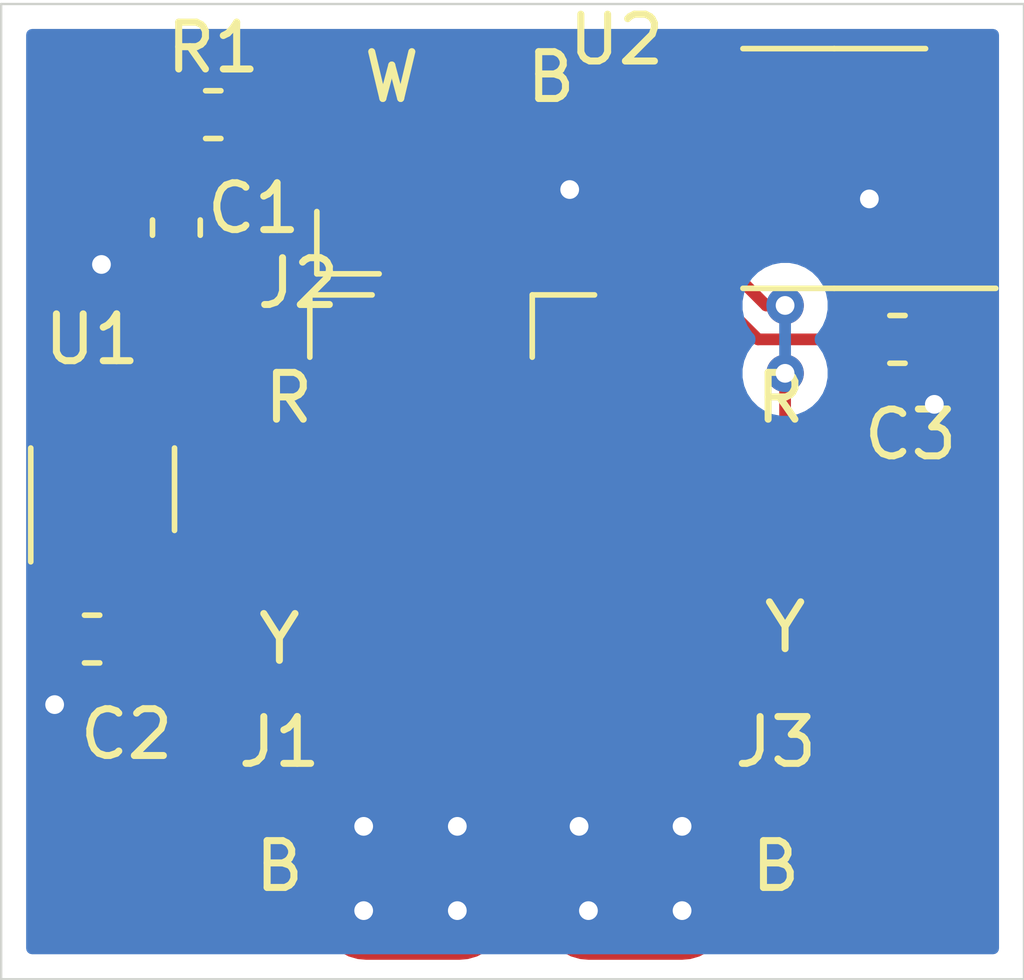
<source format=kicad_pcb>
(kicad_pcb (version 20171130) (host pcbnew 5.1.4)

  (general
    (thickness 1.6)
    (drawings 6)
    (tracks 64)
    (zones 0)
    (modules 9)
    (nets 9)
  )

  (page A4)
  (layers
    (0 F.Cu signal)
    (31 B.Cu signal)
    (32 B.Adhes user)
    (33 F.Adhes user)
    (34 B.Paste user)
    (35 F.Paste user)
    (36 B.SilkS user)
    (37 F.SilkS user)
    (38 B.Mask user)
    (39 F.Mask user)
    (40 Dwgs.User user)
    (41 Cmts.User user)
    (42 Eco1.User user)
    (43 Eco2.User user)
    (44 Edge.Cuts user)
    (45 Margin user)
    (46 B.CrtYd user)
    (47 F.CrtYd user)
    (48 B.Fab user)
    (49 F.Fab user hide)
  )

  (setup
    (last_trace_width 0.25)
    (user_trace_width 1.905)
    (trace_clearance 0.2)
    (zone_clearance 0.508)
    (zone_45_only no)
    (trace_min 0.2)
    (via_size 0.8)
    (via_drill 0.4)
    (via_min_size 0.4)
    (via_min_drill 0.3)
    (uvia_size 0.3)
    (uvia_drill 0.1)
    (uvias_allowed no)
    (uvia_min_size 0.2)
    (uvia_min_drill 0.1)
    (edge_width 0.05)
    (segment_width 0.2)
    (pcb_text_width 0.3)
    (pcb_text_size 1.5 1.5)
    (mod_edge_width 0.12)
    (mod_text_size 1 1)
    (mod_text_width 0.15)
    (pad_size 1.524 1.524)
    (pad_drill 0.762)
    (pad_to_mask_clearance 0.051)
    (solder_mask_min_width 0.25)
    (aux_axis_origin 0 0)
    (grid_origin 125.73 59.055)
    (visible_elements FFFFFF7F)
    (pcbplotparams
      (layerselection 0x010fc_ffffffff)
      (usegerberextensions false)
      (usegerberattributes false)
      (usegerberadvancedattributes false)
      (creategerberjobfile false)
      (excludeedgelayer true)
      (linewidth 0.100000)
      (plotframeref false)
      (viasonmask false)
      (mode 1)
      (useauxorigin false)
      (hpglpennumber 1)
      (hpglpenspeed 20)
      (hpglpendiameter 15.000000)
      (psnegative false)
      (psa4output false)
      (plotreference true)
      (plotvalue true)
      (plotinvisibletext false)
      (padsonsilk false)
      (subtractmaskfromsilk false)
      (outputformat 1)
      (mirror false)
      (drillshape 0)
      (scaleselection 1)
      (outputdirectory "mfg"))
  )

  (net 0 "")
  (net 1 GND)
  (net 2 "Net-(C1-Pad1)")
  (net 3 +24V)
  (net 4 "Net-(U2-Pad7)")
  (net 5 "Net-(U2-Pad6)")
  (net 6 "Net-(J2-Pad1)")
  (net 7 +3V3)
  (net 8 "Net-(J1-PadY)")

  (net_class Default "This is the default net class."
    (clearance 0.2)
    (trace_width 0.25)
    (via_dia 0.8)
    (via_drill 0.4)
    (uvia_dia 0.3)
    (uvia_drill 0.1)
    (add_net +24V)
    (add_net +3V3)
    (add_net GND)
    (add_net "Net-(C1-Pad1)")
    (add_net "Net-(J1-PadY)")
    (add_net "Net-(J2-Pad1)")
    (add_net "Net-(U2-Pad6)")
    (add_net "Net-(U2-Pad7)")
  )

  (module Package_TO_SOT_SMD:TSOT-23-5 (layer F.Cu) (tedit 5A02FF57) (tstamp 5D660FC7)
    (at 109.33 60.655 90)
    (descr "5-pin TSOT23 package, http://cds.linear.com/docs/en/packaging/SOT_5_05-08-1635.pdf")
    (tags TSOT-23-5)
    (path /5D6A1134)
    (attr smd)
    (fp_text reference U1 (at 3.2 -0.2 180) (layer F.SilkS)
      (effects (font (size 1 1) (thickness 0.15)))
    )
    (fp_text value ADP7142AUJZ-3.3 (at 0 2.5 90) (layer F.Fab)
      (effects (font (size 1 1) (thickness 0.15)))
    )
    (fp_line (start 2.17 1.7) (end -2.17 1.7) (layer F.CrtYd) (width 0.05))
    (fp_line (start 2.17 1.7) (end 2.17 -1.7) (layer F.CrtYd) (width 0.05))
    (fp_line (start -2.17 -1.7) (end -2.17 1.7) (layer F.CrtYd) (width 0.05))
    (fp_line (start -2.17 -1.7) (end 2.17 -1.7) (layer F.CrtYd) (width 0.05))
    (fp_line (start 0.88 -1.45) (end 0.88 1.45) (layer F.Fab) (width 0.1))
    (fp_line (start 0.88 1.45) (end -0.88 1.45) (layer F.Fab) (width 0.1))
    (fp_line (start -0.88 -1) (end -0.88 1.45) (layer F.Fab) (width 0.1))
    (fp_line (start 0.88 -1.45) (end -0.43 -1.45) (layer F.Fab) (width 0.1))
    (fp_line (start -0.88 -1) (end -0.43 -1.45) (layer F.Fab) (width 0.1))
    (fp_line (start 0.88 -1.51) (end -1.55 -1.51) (layer F.SilkS) (width 0.12))
    (fp_line (start -0.88 1.56) (end 0.88 1.56) (layer F.SilkS) (width 0.12))
    (fp_text user %R (at 0 0) (layer F.Fab)
      (effects (font (size 0.5 0.5) (thickness 0.075)))
    )
    (pad 5 smd rect (at 1.31 -0.95 90) (size 1.22 0.65) (layers F.Cu F.Paste F.Mask)
      (net 7 +3V3))
    (pad 4 smd rect (at 1.31 0.95 90) (size 1.22 0.65) (layers F.Cu F.Paste F.Mask)
      (net 7 +3V3))
    (pad 3 smd rect (at -1.31 0.95 90) (size 1.22 0.65) (layers F.Cu F.Paste F.Mask)
      (net 3 +24V))
    (pad 2 smd rect (at -1.31 0 90) (size 1.22 0.65) (layers F.Cu F.Paste F.Mask)
      (net 1 GND))
    (pad 1 smd rect (at -1.31 -0.95 90) (size 1.22 0.65) (layers F.Cu F.Paste F.Mask)
      (net 3 +24V))
    (model ${KISYS3DMOD}/Package_TO_SOT_SMD.3dshapes/TSOT-23-5.wrl
      (at (xyz 0 0 0))
      (scale (xyz 1 1 1))
      (rotate (xyz 0 0 0))
    )
  )

  (module BEC:xConnect_smd (layer F.Cu) (tedit 5D655AE7) (tstamp 5D6611F4)
    (at 120.73 58.705)
    (descr "mounting holes for xConnect connector")
    (tags "Through hole 1x03 single row")
    (path /5D69FF45)
    (attr smd)
    (fp_text reference J3 (at 3 7.35) (layer F.SilkS)
      (effects (font (size 1 1) (thickness 0.15)))
    )
    (fp_text value xConnect_smd (at 0.3 12.8) (layer F.Fab)
      (effects (font (size 1 1) (thickness 0.15)))
    )
    (fp_text user B (at 3 10) (layer F.SilkS)
      (effects (font (size 1 1) (thickness 0.15)))
    )
    (fp_text user Y (at 3.2 4.9) (layer F.SilkS)
      (effects (font (size 1 1) (thickness 0.15)))
    )
    (fp_text user R (at 3.1 0) (layer F.SilkS)
      (effects (font (size 1 1) (thickness 0.15)))
    )
    (fp_text user %R (at 0.1 4.9 90) (layer F.Fab)
      (effects (font (size 1 1) (thickness 0.15)))
    )
    (fp_line (start 2.3 -2.2) (end -2.2 -2.2) (layer F.CrtYd) (width 0.05))
    (fp_line (start 2.3 12.2) (end 2.3 -2.2) (layer F.CrtYd) (width 0.05))
    (fp_line (start -2.2 12.2) (end 2.3 12.2) (layer F.CrtYd) (width 0.05))
    (fp_line (start -2.2 -2.2) (end -2.2 12.2) (layer F.CrtYd) (width 0.05))
    (fp_line (start -2.2 -2.2) (end -0.87 -2.2) (layer F.SilkS) (width 0.12))
    (fp_line (start -2.2 -0.87) (end -2.2 -2.2) (layer F.SilkS) (width 0.12))
    (fp_line (start -2 -1.4) (end -1.4 -2) (layer F.Fab) (width 0.1))
    (fp_line (start -2 12) (end -2 -1.4) (layer F.Fab) (width 0.1))
    (fp_line (start 2 12) (end -2 12) (layer F.Fab) (width 0.1))
    (fp_line (start 2 -2) (end 2 12) (layer F.Fab) (width 0.1))
    (fp_line (start -1.4 -2) (end 2 -2) (layer F.Fab) (width 0.1))
    (pad B smd roundrect (at 0 10) (size 4 4) (layers F.Cu F.Paste F.Mask) (roundrect_rratio 0.25)
      (net 1 GND))
    (pad Y smd roundrect (at 0 5) (size 4 4) (layers F.Cu F.Paste F.Mask) (roundrect_rratio 0.25)
      (net 8 "Net-(J1-PadY)"))
    (pad R smd roundrect (at 0 0) (size 4 4) (layers F.Cu F.Paste F.Mask) (roundrect_rratio 0.25)
      (net 3 +24V))
    (model ${KISYS3DMOD}/Connector_PinHeader_2.54mm.3dshapes/PinHeader_1x03_P2.54mm_Vertical.wrl
      (at (xyz 0 0 0))
      (scale (xyz 1 1 1))
      (rotate (xyz 0 0 0))
    )
  )

  (module BEC:1x02_solder-pads (layer F.Cu) (tedit 5D6586A7) (tstamp 5D339B89)
    (at 115.73 54.255 90)
    (descr "mounting holes for xConnect connector")
    (tags "Through hole 1x03 single row")
    (path /5D33B377)
    (attr smd)
    (fp_text reference J2 (at -2 -2.2 180) (layer F.SilkS)
      (effects (font (size 1 1) (thickness 0.15)))
    )
    (fp_text value Conn_01x02_Female (at 0.6 6.3 90) (layer F.Fab)
      (effects (font (size 1 1) (thickness 0.15)))
    )
    (fp_text user %R (at 0.1 2) (layer F.Fab)
      (effects (font (size 1 1) (thickness 0.15)))
    )
    (fp_line (start 1.8 -1.8) (end -1.8 -1.8) (layer F.CrtYd) (width 0.05))
    (fp_line (start 1.8 5.3) (end 1.8 -1.8) (layer F.CrtYd) (width 0.05))
    (fp_line (start -1.8 5.3) (end 1.8 5.3) (layer F.CrtYd) (width 0.05))
    (fp_line (start -1.8 -1.8) (end -1.8 5.3) (layer F.CrtYd) (width 0.05))
    (fp_line (start -1.8 -1.8) (end -0.47 -1.8) (layer F.SilkS) (width 0.12))
    (fp_line (start -1.8 -0.47) (end -1.8 -1.8) (layer F.SilkS) (width 0.12))
    (fp_line (start -1.7 -1.1) (end -1.1 -1.7) (layer F.Fab) (width 0.1))
    (fp_line (start -1.7 5.2) (end -1.7 -1.1) (layer F.Fab) (width 0.1))
    (fp_line (start 1.7 5.2) (end -1.7 5.2) (layer F.Fab) (width 0.1))
    (fp_line (start 1.7 -1.7) (end 1.7 5.2) (layer F.Fab) (width 0.1))
    (fp_line (start -1.1 -1.7) (end 1.7 -1.7) (layer F.Fab) (width 0.1))
    (pad 2 smd roundrect (at 0 3.5 90) (size 3 3) (layers F.Cu F.Paste F.Mask) (roundrect_rratio 0.25)
      (net 1 GND))
    (pad 1 smd roundrect (at 0 0 90) (size 3 3) (layers F.Cu F.Paste F.Mask) (roundrect_rratio 0.25)
      (net 6 "Net-(J2-Pad1)"))
    (model ${KISYS3DMOD}/Connector_PinHeader_2.54mm.3dshapes/PinHeader_1x03_P2.54mm_Vertical.wrl
      (at (xyz 0 0 0))
      (scale (xyz 1 1 1))
      (rotate (xyz 0 0 0))
    )
  )

  (module BEC:xConnect_smd (layer F.Cu) (tedit 5D655AE7) (tstamp 5D6611B5)
    (at 115.98 58.705)
    (descr "mounting holes for xConnect connector")
    (tags "Through hole 1x03 single row")
    (path /5D69F5B9)
    (attr smd)
    (fp_text reference J1 (at -2.85 7.35) (layer F.SilkS)
      (effects (font (size 1 1) (thickness 0.15)))
    )
    (fp_text value xConnect_smd (at 0.3 12.8) (layer F.Fab)
      (effects (font (size 1 1) (thickness 0.15)))
    )
    (fp_text user B (at -2.85 10) (layer F.SilkS)
      (effects (font (size 1 1) (thickness 0.15)))
    )
    (fp_text user Y (at -2.85 5.15) (layer F.SilkS)
      (effects (font (size 1 1) (thickness 0.15)))
    )
    (fp_text user R (at -2.65 0) (layer F.SilkS)
      (effects (font (size 1 1) (thickness 0.15)))
    )
    (fp_text user %R (at 0.1 4.9 90) (layer F.Fab)
      (effects (font (size 1 1) (thickness 0.15)))
    )
    (fp_line (start 2.3 -2.2) (end -2.2 -2.2) (layer F.CrtYd) (width 0.05))
    (fp_line (start 2.3 12.2) (end 2.3 -2.2) (layer F.CrtYd) (width 0.05))
    (fp_line (start -2.2 12.2) (end 2.3 12.2) (layer F.CrtYd) (width 0.05))
    (fp_line (start -2.2 -2.2) (end -2.2 12.2) (layer F.CrtYd) (width 0.05))
    (fp_line (start -2.2 -2.2) (end -0.87 -2.2) (layer F.SilkS) (width 0.12))
    (fp_line (start -2.2 -0.87) (end -2.2 -2.2) (layer F.SilkS) (width 0.12))
    (fp_line (start -2 -1.4) (end -1.4 -2) (layer F.Fab) (width 0.1))
    (fp_line (start -2 12) (end -2 -1.4) (layer F.Fab) (width 0.1))
    (fp_line (start 2 12) (end -2 12) (layer F.Fab) (width 0.1))
    (fp_line (start 2 -2) (end 2 12) (layer F.Fab) (width 0.1))
    (fp_line (start -1.4 -2) (end 2 -2) (layer F.Fab) (width 0.1))
    (pad B smd roundrect (at 0 10) (size 4 4) (layers F.Cu F.Paste F.Mask) (roundrect_rratio 0.25)
      (net 1 GND))
    (pad Y smd roundrect (at 0 5) (size 4 4) (layers F.Cu F.Paste F.Mask) (roundrect_rratio 0.25)
      (net 8 "Net-(J1-PadY)"))
    (pad R smd roundrect (at 0 0) (size 4 4) (layers F.Cu F.Paste F.Mask) (roundrect_rratio 0.25)
      (net 3 +24V))
    (model ${KISYS3DMOD}/Connector_PinHeader_2.54mm.3dshapes/PinHeader_1x03_P2.54mm_Vertical.wrl
      (at (xyz 0 0 0))
      (scale (xyz 1 1 1))
      (rotate (xyz 0 0 0))
    )
  )

  (module Package_SO:SOIC-8_3.9x4.9mm_P1.27mm (layer F.Cu) (tedit 5C97300E) (tstamp 5D339BE7)
    (at 124.98 53.805 180)
    (descr "SOIC, 8 Pin (JEDEC MS-012AA, https://www.analog.com/media/en/package-pcb-resources/package/pkg_pdf/soic_narrow-r/r_8.pdf), generated with kicad-footprint-generator ipc_gullwing_generator.py")
    (tags "SOIC SO")
    (path /5D3358A4)
    (attr smd)
    (fp_text reference U2 (at 4.65 2.75) (layer F.SilkS)
      (effects (font (size 1 1) (thickness 0.15)))
    )
    (fp_text value DS2438 (at 0 3.4) (layer F.Fab)
      (effects (font (size 1 1) (thickness 0.15)))
    )
    (fp_text user %R (at 0 0) (layer F.Fab)
      (effects (font (size 0.98 0.98) (thickness 0.15)))
    )
    (fp_line (start 3.7 -2.7) (end -3.7 -2.7) (layer F.CrtYd) (width 0.05))
    (fp_line (start 3.7 2.7) (end 3.7 -2.7) (layer F.CrtYd) (width 0.05))
    (fp_line (start -3.7 2.7) (end 3.7 2.7) (layer F.CrtYd) (width 0.05))
    (fp_line (start -3.7 -2.7) (end -3.7 2.7) (layer F.CrtYd) (width 0.05))
    (fp_line (start -1.95 -1.475) (end -0.975 -2.45) (layer F.Fab) (width 0.1))
    (fp_line (start -1.95 2.45) (end -1.95 -1.475) (layer F.Fab) (width 0.1))
    (fp_line (start 1.95 2.45) (end -1.95 2.45) (layer F.Fab) (width 0.1))
    (fp_line (start 1.95 -2.45) (end 1.95 2.45) (layer F.Fab) (width 0.1))
    (fp_line (start -0.975 -2.45) (end 1.95 -2.45) (layer F.Fab) (width 0.1))
    (fp_line (start 0 -2.56) (end -3.45 -2.56) (layer F.SilkS) (width 0.12))
    (fp_line (start 0 -2.56) (end 1.95 -2.56) (layer F.SilkS) (width 0.12))
    (fp_line (start 0 2.56) (end -1.95 2.56) (layer F.SilkS) (width 0.12))
    (fp_line (start 0 2.56) (end 1.95 2.56) (layer F.SilkS) (width 0.12))
    (pad 8 smd roundrect (at 2.475 -1.905 180) (size 1.95 0.6) (layers F.Cu F.Paste F.Mask) (roundrect_rratio 0.25)
      (net 8 "Net-(J1-PadY)"))
    (pad 7 smd roundrect (at 2.475 -0.635 180) (size 1.95 0.6) (layers F.Cu F.Paste F.Mask) (roundrect_rratio 0.25)
      (net 4 "Net-(U2-Pad7)"))
    (pad 6 smd roundrect (at 2.475 0.635 180) (size 1.95 0.6) (layers F.Cu F.Paste F.Mask) (roundrect_rratio 0.25)
      (net 5 "Net-(U2-Pad6)"))
    (pad 5 smd roundrect (at 2.475 1.905 180) (size 1.95 0.6) (layers F.Cu F.Paste F.Mask) (roundrect_rratio 0.25)
      (net 7 +3V3))
    (pad 4 smd roundrect (at -2.475 1.905 180) (size 1.95 0.6) (layers F.Cu F.Paste F.Mask) (roundrect_rratio 0.25)
      (net 2 "Net-(C1-Pad1)"))
    (pad 3 smd roundrect (at -2.475 0.635 180) (size 1.95 0.6) (layers F.Cu F.Paste F.Mask) (roundrect_rratio 0.25)
      (net 1 GND))
    (pad 2 smd roundrect (at -2.475 -0.635 180) (size 1.95 0.6) (layers F.Cu F.Paste F.Mask) (roundrect_rratio 0.25)
      (net 1 GND))
    (pad 1 smd roundrect (at -2.475 -1.905 180) (size 1.95 0.6) (layers F.Cu F.Paste F.Mask) (roundrect_rratio 0.25)
      (net 1 GND))
    (model ${KISYS3DMOD}/Package_SO.3dshapes/SOIC-8_3.9x4.9mm_P1.27mm.wrl
      (at (xyz 0 0 0))
      (scale (xyz 1 1 1))
      (rotate (xyz 0 0 0))
    )
  )

  (module Resistor_SMD:R_0603_1608Metric (layer F.Cu) (tedit 5B301BBD) (tstamp 5D339E1F)
    (at 111.7175 52.655)
    (descr "Resistor SMD 0603 (1608 Metric), square (rectangular) end terminal, IPC_7351 nominal, (Body size source: http://www.tortai-tech.com/upload/download/2011102023233369053.pdf), generated with kicad-footprint-generator")
    (tags resistor)
    (path /5D34E92A)
    (attr smd)
    (fp_text reference R1 (at 0 -1.43) (layer F.SilkS)
      (effects (font (size 1 1) (thickness 0.15)))
    )
    (fp_text value 100k (at 0 1.43) (layer F.Fab)
      (effects (font (size 1 1) (thickness 0.15)))
    )
    (fp_text user %R (at 0 0) (layer F.Fab)
      (effects (font (size 0.4 0.4) (thickness 0.06)))
    )
    (fp_line (start 1.48 0.73) (end -1.48 0.73) (layer F.CrtYd) (width 0.05))
    (fp_line (start 1.48 -0.73) (end 1.48 0.73) (layer F.CrtYd) (width 0.05))
    (fp_line (start -1.48 -0.73) (end 1.48 -0.73) (layer F.CrtYd) (width 0.05))
    (fp_line (start -1.48 0.73) (end -1.48 -0.73) (layer F.CrtYd) (width 0.05))
    (fp_line (start -0.162779 0.51) (end 0.162779 0.51) (layer F.SilkS) (width 0.12))
    (fp_line (start -0.162779 -0.51) (end 0.162779 -0.51) (layer F.SilkS) (width 0.12))
    (fp_line (start 0.8 0.4) (end -0.8 0.4) (layer F.Fab) (width 0.1))
    (fp_line (start 0.8 -0.4) (end 0.8 0.4) (layer F.Fab) (width 0.1))
    (fp_line (start -0.8 -0.4) (end 0.8 -0.4) (layer F.Fab) (width 0.1))
    (fp_line (start -0.8 0.4) (end -0.8 -0.4) (layer F.Fab) (width 0.1))
    (pad 2 smd roundrect (at 0.7875 0) (size 0.875 0.95) (layers F.Cu F.Paste F.Mask) (roundrect_rratio 0.25)
      (net 6 "Net-(J2-Pad1)"))
    (pad 1 smd roundrect (at -0.7875 0) (size 0.875 0.95) (layers F.Cu F.Paste F.Mask) (roundrect_rratio 0.25)
      (net 2 "Net-(C1-Pad1)"))
    (model ${KISYS3DMOD}/Resistor_SMD.3dshapes/R_0603_1608Metric.wrl
      (at (xyz 0 0 0))
      (scale (xyz 1 1 1))
      (rotate (xyz 0 0 0))
    )
  )

  (module Capacitor_SMD:C_0603_1608Metric (layer F.Cu) (tedit 5B301BBE) (tstamp 5D339B58)
    (at 126.33 57.455)
    (descr "Capacitor SMD 0603 (1608 Metric), square (rectangular) end terminal, IPC_7351 nominal, (Body size source: http://www.tortai-tech.com/upload/download/2011102023233369053.pdf), generated with kicad-footprint-generator")
    (tags capacitor)
    (path /5D33BA94)
    (attr smd)
    (fp_text reference C3 (at 0.2795 2.032 180) (layer F.SilkS)
      (effects (font (size 1 1) (thickness 0.15)))
    )
    (fp_text value 2.2uF_50V (at 0 1.43) (layer F.Fab)
      (effects (font (size 1 1) (thickness 0.15)))
    )
    (fp_text user %R (at 0 0) (layer F.Fab)
      (effects (font (size 0.4 0.4) (thickness 0.06)))
    )
    (fp_line (start 1.48 0.73) (end -1.48 0.73) (layer F.CrtYd) (width 0.05))
    (fp_line (start 1.48 -0.73) (end 1.48 0.73) (layer F.CrtYd) (width 0.05))
    (fp_line (start -1.48 -0.73) (end 1.48 -0.73) (layer F.CrtYd) (width 0.05))
    (fp_line (start -1.48 0.73) (end -1.48 -0.73) (layer F.CrtYd) (width 0.05))
    (fp_line (start -0.162779 0.51) (end 0.162779 0.51) (layer F.SilkS) (width 0.12))
    (fp_line (start -0.162779 -0.51) (end 0.162779 -0.51) (layer F.SilkS) (width 0.12))
    (fp_line (start 0.8 0.4) (end -0.8 0.4) (layer F.Fab) (width 0.1))
    (fp_line (start 0.8 -0.4) (end 0.8 0.4) (layer F.Fab) (width 0.1))
    (fp_line (start -0.8 -0.4) (end 0.8 -0.4) (layer F.Fab) (width 0.1))
    (fp_line (start -0.8 0.4) (end -0.8 -0.4) (layer F.Fab) (width 0.1))
    (pad 2 smd roundrect (at 0.7875 0) (size 0.875 0.95) (layers F.Cu F.Paste F.Mask) (roundrect_rratio 0.25)
      (net 1 GND))
    (pad 1 smd roundrect (at -0.7875 0) (size 0.875 0.95) (layers F.Cu F.Paste F.Mask) (roundrect_rratio 0.25)
      (net 7 +3V3))
    (model ${KISYS3DMOD}/Capacitor_SMD.3dshapes/C_0603_1608Metric.wrl
      (at (xyz 0 0 0))
      (scale (xyz 1 1 1))
      (rotate (xyz 0 0 0))
    )
  )

  (module Capacitor_SMD:C_0603_1608Metric (layer F.Cu) (tedit 5B301BBE) (tstamp 5D339B47)
    (at 109.13 63.855 180)
    (descr "Capacitor SMD 0603 (1608 Metric), square (rectangular) end terminal, IPC_7351 nominal, (Body size source: http://www.tortai-tech.com/upload/download/2011102023233369053.pdf), generated with kicad-footprint-generator")
    (tags capacitor)
    (path /5D33BA8E)
    (attr smd)
    (fp_text reference C2 (at -0.7365 -2.032 180) (layer F.SilkS)
      (effects (font (size 1 1) (thickness 0.15)))
    )
    (fp_text value 2.2uF_50V (at 0 1.43) (layer F.Fab)
      (effects (font (size 1 1) (thickness 0.15)))
    )
    (fp_text user %R (at 0 0) (layer F.Fab)
      (effects (font (size 0.4 0.4) (thickness 0.06)))
    )
    (fp_line (start 1.48 0.73) (end -1.48 0.73) (layer F.CrtYd) (width 0.05))
    (fp_line (start 1.48 -0.73) (end 1.48 0.73) (layer F.CrtYd) (width 0.05))
    (fp_line (start -1.48 -0.73) (end 1.48 -0.73) (layer F.CrtYd) (width 0.05))
    (fp_line (start -1.48 0.73) (end -1.48 -0.73) (layer F.CrtYd) (width 0.05))
    (fp_line (start -0.162779 0.51) (end 0.162779 0.51) (layer F.SilkS) (width 0.12))
    (fp_line (start -0.162779 -0.51) (end 0.162779 -0.51) (layer F.SilkS) (width 0.12))
    (fp_line (start 0.8 0.4) (end -0.8 0.4) (layer F.Fab) (width 0.1))
    (fp_line (start 0.8 -0.4) (end 0.8 0.4) (layer F.Fab) (width 0.1))
    (fp_line (start -0.8 -0.4) (end 0.8 -0.4) (layer F.Fab) (width 0.1))
    (fp_line (start -0.8 0.4) (end -0.8 -0.4) (layer F.Fab) (width 0.1))
    (pad 2 smd roundrect (at 0.7875 0 180) (size 0.875 0.95) (layers F.Cu F.Paste F.Mask) (roundrect_rratio 0.25)
      (net 1 GND))
    (pad 1 smd roundrect (at -0.7875 0 180) (size 0.875 0.95) (layers F.Cu F.Paste F.Mask) (roundrect_rratio 0.25)
      (net 3 +24V))
    (model ${KISYS3DMOD}/Capacitor_SMD.3dshapes/C_0603_1608Metric.wrl
      (at (xyz 0 0 0))
      (scale (xyz 1 1 1))
      (rotate (xyz 0 0 0))
    )
  )

  (module Capacitor_SMD:C_0603_1608Metric (layer F.Cu) (tedit 5B301BBE) (tstamp 5D4DCE0D)
    (at 110.93 55.0675 270)
    (descr "Capacitor SMD 0603 (1608 Metric), square (rectangular) end terminal, IPC_7351 nominal, (Body size source: http://www.tortai-tech.com/upload/download/2011102023233369053.pdf), generated with kicad-footprint-generator")
    (tags capacitor)
    (path /5D34EDD9)
    (attr smd)
    (fp_text reference C1 (at -0.4125 -1.651 180) (layer F.SilkS)
      (effects (font (size 1 1) (thickness 0.15)))
    )
    (fp_text value 0.1uF (at 0 1.43 90) (layer F.Fab)
      (effects (font (size 1 1) (thickness 0.15)))
    )
    (fp_text user %R (at 0 0 90) (layer F.Fab)
      (effects (font (size 0.4 0.4) (thickness 0.06)))
    )
    (fp_line (start 1.48 0.73) (end -1.48 0.73) (layer F.CrtYd) (width 0.05))
    (fp_line (start 1.48 -0.73) (end 1.48 0.73) (layer F.CrtYd) (width 0.05))
    (fp_line (start -1.48 -0.73) (end 1.48 -0.73) (layer F.CrtYd) (width 0.05))
    (fp_line (start -1.48 0.73) (end -1.48 -0.73) (layer F.CrtYd) (width 0.05))
    (fp_line (start -0.162779 0.51) (end 0.162779 0.51) (layer F.SilkS) (width 0.12))
    (fp_line (start -0.162779 -0.51) (end 0.162779 -0.51) (layer F.SilkS) (width 0.12))
    (fp_line (start 0.8 0.4) (end -0.8 0.4) (layer F.Fab) (width 0.1))
    (fp_line (start 0.8 -0.4) (end 0.8 0.4) (layer F.Fab) (width 0.1))
    (fp_line (start -0.8 -0.4) (end 0.8 -0.4) (layer F.Fab) (width 0.1))
    (fp_line (start -0.8 0.4) (end -0.8 -0.4) (layer F.Fab) (width 0.1))
    (pad 2 smd roundrect (at 0.7875 0 270) (size 0.875 0.95) (layers F.Cu F.Paste F.Mask) (roundrect_rratio 0.25)
      (net 1 GND))
    (pad 1 smd roundrect (at -0.7875 0 270) (size 0.875 0.95) (layers F.Cu F.Paste F.Mask) (roundrect_rratio 0.25)
      (net 2 "Net-(C1-Pad1)"))
    (model ${KISYS3DMOD}/Capacitor_SMD.3dshapes/C_0603_1608Metric.wrl
      (at (xyz 0 0 0))
      (scale (xyz 1 1 1))
      (rotate (xyz 0 0 0))
    )
  )

  (gr_text B (at 118.93 51.855) (layer F.SilkS)
    (effects (font (size 1 1) (thickness 0.15)))
  )
  (gr_text W (at 115.53 51.855) (layer F.SilkS)
    (effects (font (size 1 1) (thickness 0.15)))
  )
  (gr_line (start 107.188 50.292) (end 107.188 71.12) (layer Edge.Cuts) (width 0.05) (tstamp 5D339CA2))
  (gr_line (start 129.032 50.292) (end 107.188 50.292) (layer Edge.Cuts) (width 0.05))
  (gr_line (start 129.032 71.12) (end 129.032 50.292) (layer Edge.Cuts) (width 0.05))
  (gr_line (start 107.188 71.12) (end 129.032 71.12) (layer Edge.Cuts) (width 0.05))

  (via (at 119.33 54.255) (size 0.8) (drill 0.4) (layers F.Cu B.Cu) (net 1))
  (via (at 121.73 69.655) (size 0.8) (drill 0.4) (layers F.Cu B.Cu) (net 1))
  (via (at 119.73 69.655) (size 0.8) (drill 0.4) (layers F.Cu B.Cu) (net 1))
  (via (at 121.73 67.855) (size 0.8) (drill 0.4) (layers F.Cu B.Cu) (net 1))
  (via (at 119.53 67.855) (size 0.8) (drill 0.4) (layers F.Cu B.Cu) (net 1))
  (via (at 116.93 69.655) (size 0.8) (drill 0.4) (layers F.Cu B.Cu) (net 1))
  (via (at 114.93 69.655) (size 0.8) (drill 0.4) (layers F.Cu B.Cu) (net 1))
  (via (at 116.93 67.855) (size 0.8) (drill 0.4) (layers F.Cu B.Cu) (net 1))
  (via (at 114.93 67.855) (size 0.8) (drill 0.4) (layers F.Cu B.Cu) (net 1))
  (via (at 108.33 65.255) (size 0.8) (drill 0.4) (layers F.Cu B.Cu) (net 1))
  (segment (start 108.3425 63.855) (end 108.3425 65.2425) (width 0.25) (layer F.Cu) (net 1))
  (segment (start 108.3425 65.2425) (end 108.33 65.255) (width 0.25) (layer F.Cu) (net 1))
  (segment (start 109.33 62.8675) (end 108.3425 63.855) (width 0.25) (layer F.Cu) (net 1))
  (segment (start 109.33 61.965) (end 109.33 62.8675) (width 0.25) (layer F.Cu) (net 1))
  (via (at 125.73 54.455) (size 0.8) (drill 0.4) (layers F.Cu B.Cu) (net 1))
  (segment (start 127.455 54.44) (end 125.745 54.44) (width 0.25) (layer F.Cu) (net 1))
  (segment (start 125.745 54.44) (end 125.73 54.455) (width 0.25) (layer F.Cu) (net 1))
  (segment (start 127.455 53.17) (end 127.455 54.44) (width 0.25) (layer F.Cu) (net 1))
  (segment (start 127.455 54.44) (end 127.455 55.71) (width 0.25) (layer F.Cu) (net 1))
  (segment (start 127.1175 57.455) (end 127.1175 58.8425) (width 0.25) (layer F.Cu) (net 1))
  (via (at 127.1175 58.8425) (size 0.8) (drill 0.4) (layers F.Cu B.Cu) (net 1))
  (segment (start 127.455 57.1175) (end 127.1175 57.455) (width 0.25) (layer F.Cu) (net 1))
  (segment (start 127.455 55.71) (end 127.455 57.1175) (width 0.25) (layer F.Cu) (net 1))
  (via (at 109.33 55.855) (size 0.8) (drill 0.4) (layers F.Cu B.Cu) (net 1))
  (segment (start 110.93 55.855) (end 109.33 55.855) (width 0.25) (layer F.Cu) (net 1))
  (segment (start 110.93 54.28) (end 110.93 52.655) (width 0.25) (layer F.Cu) (net 2))
  (segment (start 127.08429 51.52929) (end 127.455 51.9) (width 0.25) (layer F.Cu) (net 2))
  (segment (start 126.82999 51.27499) (end 127.08429 51.52929) (width 0.25) (layer F.Cu) (net 2))
  (segment (start 112.31001 51.27499) (end 126.82999 51.27499) (width 0.25) (layer F.Cu) (net 2))
  (segment (start 110.93 52.655) (end 112.31001 51.27499) (width 0.25) (layer F.Cu) (net 2))
  (segment (start 110.855 61.965) (end 110.28 61.965) (width 0.25) (layer F.Cu) (net 3))
  (segment (start 113.255 58.705) (end 111.33 60.63) (width 0.25) (layer F.Cu) (net 3))
  (segment (start 111.33 61.49) (end 110.855 61.965) (width 0.25) (layer F.Cu) (net 3))
  (segment (start 111.33 60.63) (end 111.33 61.49) (width 0.25) (layer F.Cu) (net 3))
  (segment (start 115.98 58.705) (end 113.255 58.705) (width 0.25) (layer F.Cu) (net 3))
  (segment (start 115.98 58.705) (end 120.73 58.705) (width 1.905) (layer F.Cu) (net 3))
  (segment (start 110.28 63.4925) (end 109.9175 63.855) (width 0.25) (layer F.Cu) (net 3))
  (segment (start 110.28 61.965) (end 110.28 63.4925) (width 0.25) (layer F.Cu) (net 3))
  (segment (start 108.38 61.105) (end 108.68 60.805) (width 0.25) (layer F.Cu) (net 3))
  (segment (start 108.38 61.965) (end 108.38 61.105) (width 0.25) (layer F.Cu) (net 3))
  (segment (start 108.68 60.805) (end 109.98 60.805) (width 0.25) (layer F.Cu) (net 3))
  (segment (start 110.28 61.105) (end 110.28 61.965) (width 0.25) (layer F.Cu) (net 3))
  (segment (start 109.98 60.805) (end 110.28 61.105) (width 0.25) (layer F.Cu) (net 3))
  (segment (start 114.105 54.255) (end 115.73 54.255) (width 0.25) (layer F.Cu) (net 6))
  (segment (start 112.505 52.655) (end 114.105 54.255) (width 0.25) (layer F.Cu) (net 6))
  (segment (start 108.38 59.345) (end 110.28 59.345) (width 0.25) (layer F.Cu) (net 7))
  (segment (start 125.080888 56.993388) (end 125.5425 57.455) (width 0.25) (layer F.Cu) (net 7))
  (segment (start 123.58 51.9) (end 125.004999 53.324999) (width 0.25) (layer F.Cu) (net 7))
  (segment (start 125.004999 56.917499) (end 125.080888 56.993388) (width 0.25) (layer F.Cu) (net 7))
  (segment (start 125.004999 53.324999) (end 125.004999 56.917499) (width 0.25) (layer F.Cu) (net 7))
  (segment (start 122.505 51.9) (end 123.58 51.9) (width 0.25) (layer F.Cu) (net 7))
  (segment (start 113.82001 56.37999) (end 110.855 59.345) (width 0.25) (layer F.Cu) (net 7))
  (segment (start 122.27884 56.37999) (end 113.82001 56.37999) (width 0.25) (layer F.Cu) (net 7))
  (segment (start 110.855 59.345) (end 110.28 59.345) (width 0.25) (layer F.Cu) (net 7))
  (segment (start 123.35385 57.455) (end 122.27884 56.37999) (width 0.25) (layer F.Cu) (net 7))
  (segment (start 125.5425 57.455) (end 123.35385 57.455) (width 0.25) (layer F.Cu) (net 7))
  (segment (start 115.98 63.705) (end 120.73 63.705) (width 0.25) (layer F.Cu) (net 8))
  (segment (start 120.73 63.705) (end 123.93 60.505) (width 0.25) (layer F.Cu) (net 8))
  (via (at 123.93 58.18) (size 0.8) (drill 0.4) (layers F.Cu B.Cu) (net 8))
  (segment (start 123.93 60.505) (end 123.93 58.18) (width 0.25) (layer F.Cu) (net 8))
  (via (at 123.93 56.73) (size 0.8) (drill 0.4) (layers F.Cu B.Cu) (net 8))
  (segment (start 123.93 58.18) (end 123.93 56.73) (width 0.25) (layer B.Cu) (net 8))
  (segment (start 123.525 56.73) (end 122.505 55.71) (width 0.25) (layer F.Cu) (net 8))
  (segment (start 123.93 56.73) (end 123.525 56.73) (width 0.25) (layer F.Cu) (net 8))

  (zone (net 1) (net_name GND) (layer B.Cu) (tstamp 5D865CD6) (hatch edge 0.508)
    (connect_pads (clearance 0.508))
    (min_thickness 0.254)
    (fill yes (arc_segments 32) (thermal_gap 0.508) (thermal_bridge_width 0.889))
    (polygon
      (pts
        (xy 107.188 50.292) (xy 107.188 71.12) (xy 129.032 71.12) (xy 129.032 50.292)
      )
    )
    (filled_polygon
      (pts
        (xy 128.372 70.46) (xy 107.848 70.46) (xy 107.848 56.628061) (xy 122.895 56.628061) (xy 122.895 56.831939)
        (xy 122.934774 57.031898) (xy 123.012795 57.220256) (xy 123.126063 57.389774) (xy 123.170001 57.433712) (xy 123.17 57.476289)
        (xy 123.126063 57.520226) (xy 123.012795 57.689744) (xy 122.934774 57.878102) (xy 122.895 58.078061) (xy 122.895 58.281939)
        (xy 122.934774 58.481898) (xy 123.012795 58.670256) (xy 123.126063 58.839774) (xy 123.270226 58.983937) (xy 123.439744 59.097205)
        (xy 123.628102 59.175226) (xy 123.828061 59.215) (xy 124.031939 59.215) (xy 124.231898 59.175226) (xy 124.420256 59.097205)
        (xy 124.589774 58.983937) (xy 124.733937 58.839774) (xy 124.847205 58.670256) (xy 124.925226 58.481898) (xy 124.965 58.281939)
        (xy 124.965 58.078061) (xy 124.925226 57.878102) (xy 124.847205 57.689744) (xy 124.733937 57.520226) (xy 124.69 57.476289)
        (xy 124.69 57.433711) (xy 124.733937 57.389774) (xy 124.847205 57.220256) (xy 124.925226 57.031898) (xy 124.965 56.831939)
        (xy 124.965 56.628061) (xy 124.925226 56.428102) (xy 124.847205 56.239744) (xy 124.733937 56.070226) (xy 124.589774 55.926063)
        (xy 124.420256 55.812795) (xy 124.231898 55.734774) (xy 124.031939 55.695) (xy 123.828061 55.695) (xy 123.628102 55.734774)
        (xy 123.439744 55.812795) (xy 123.270226 55.926063) (xy 123.126063 56.070226) (xy 123.012795 56.239744) (xy 122.934774 56.428102)
        (xy 122.895 56.628061) (xy 107.848 56.628061) (xy 107.848 50.952) (xy 128.372001 50.952)
      )
    )
  )
)

</source>
